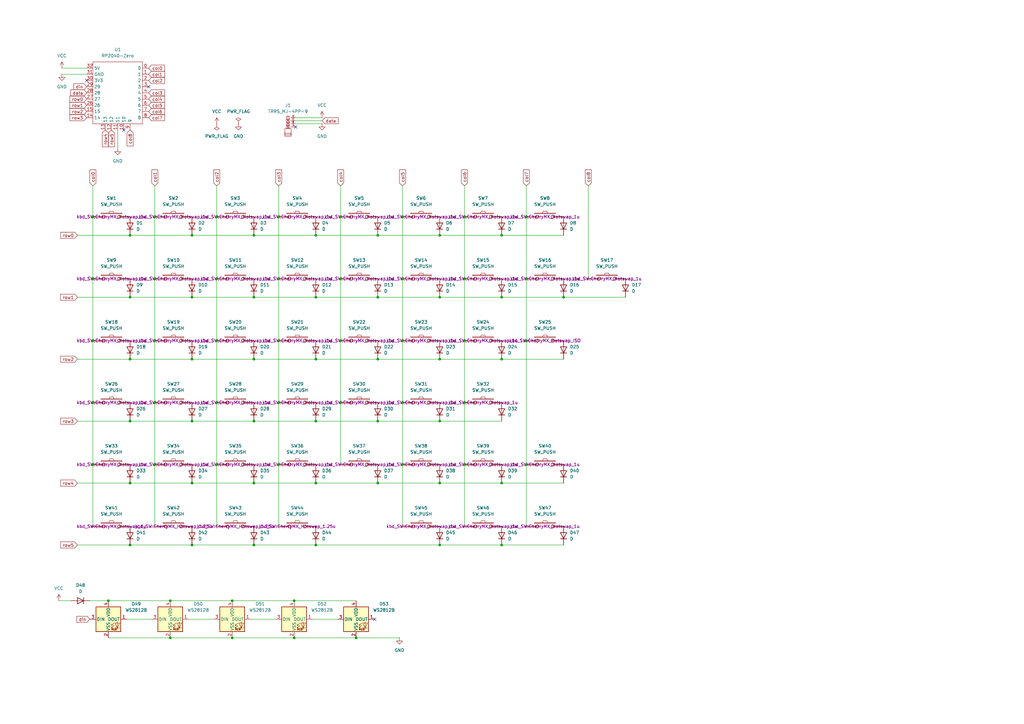
<source format=kicad_sch>
(kicad_sch (version 20231120) (generator "eeschema") (generator_version "8.0")
  (paper "A3")
  (lib_symbols
    (symbol "Device:D" (pin_numbers hide) (pin_names (offset 1.016) hide)
      (property "Reference" "D" (at 0 2.54 0))
      (property "Value" "D" (at 0 -2.54 0))
      (symbol "D_1_1"
        (pin passive line (at -3.81 0 0) (length 2.54) (name "K") (number "1"))
        (pin passive line (at 3.81 0 180) (length 2.54) (name "A") (number "2"))
      )
    )
    (symbol "LED:SK6812MINI" (pin_names (offset 0.254))
      (property "Reference" "D" (at 5.08 5.715 0))
      (property "Value" "SK6812MINI" (at 1.27 -5.715 0))
      (symbol "SK6812MINI_0_0"
        (text "RGB" (at 2.286 -4.191 0) (effects (font (size 0.762 0.762))))
      )
      (symbol "SK6812MINI_1_1"
        (pin output line (at 7.62 0 180) (length 2.54) (name "DOUT") (number "1"))
        (pin power_in line (at 0 -7.62 90) (length 2.54) (name "VSS") (number "2"))
        (pin input line (at -7.62 0 0) (length 2.54) (name "DIN") (number "3"))
        (pin power_in line (at 0 7.62 270) (length 2.54) (name "VDD") (number "4"))
      )
    )
    (symbol "Salicylic_kbd:TRRS_MJ-4PP-9" (pin_names (offset 1.016))
      (property "Reference" "J" (at 0 5.08 0))
      (property "Value" "TRRS_MJ-4PP-9" (at 0 -6.985 0))
      (symbol "TRRS_MJ-4PP-9_0_0"
        (text "R" (at 0 0 0) (effects (font (size 0.6096 0.6096))))
        (text "R" (at 0 1.27 0) (effects (font (size 0.6096 0.6096))))
        (text "S" (at 0 -1.27 0) (effects (font (size 0.6096 0.6096))))
        (text "T" (at 0 2.54 0) (effects (font (size 0.6096 0.6096))))
      )
      (symbol "TRRS_MJ-4PP-9_1_1"
        (pin input line (at 3.175 -1.27 180) (length 2.0066) (name "~") (number "A"))
        (pin input line (at 3.175 0 180) (length 2.0066) (name "~") (number "B"))
        (pin input line (at 3.175 1.27 180) (length 2.0066) (name "~") (number "C"))
        (pin input line (at 3.175 2.54 180) (length 2.0066) (name "~") (number "D"))
      )
    )
    (symbol "isw-mcu:RP2040-Zero"
      (property "Reference" "U" (at 0 17.78 0))
      (property "Value" "RP2040-Zero" (at 0 15.24 0))
      (symbol "RP2040-Zero_1_1"
        (pin tri_state line (at 12.7 10.16 180) (length 2.54) (name "0") (number "0"))
        (pin bidirectional line (at 12.7 7.62 180) (length 2.54) (name "1") (number "1"))
        (pin bidirectional line (at 2.54 -15.24 90) (length 2.54) (name "10") (number "10"))
        (pin bidirectional line (at 0 -15.24 90) (length 2.54) (name "11") (number "11"))
        (pin bidirectional line (at -2.54 -15.24 90) (length 2.54) (name "12") (number "12"))
        (pin bidirectional line (at -5.08 -15.24 90) (length 2.54) (name "13") (number "13"))
        (pin bidirectional line (at -12.7 -10.16 0) (length 2.54) (name "14") (number "14"))
        (pin bidirectional line (at -12.7 -7.62 0) (length 2.54) (name "15") (number "15"))
        (pin bidirectional line (at 12.7 5.08 180) (length 2.54) (name "2") (number "2"))
        (pin bidirectional line (at -12.7 -5.08 0) (length 2.54) (name "26") (number "26"))
        (pin bidirectional line (at -12.7 -2.54 0) (length 2.54) (name "27") (number "27"))
        (pin bidirectional line (at -12.7 0 0) (length 2.54) (name "28") (number "28"))
        (pin bidirectional line (at -12.7 2.54 0) (length 2.54) (name "29") (number "29"))
        (pin bidirectional line (at 12.7 2.54 180) (length 2.54) (name "3") (number "3"))
        (pin power_out line (at -12.7 5.08 0) (length 2.54) (name "3V3") (number "30"))
        (pin power_in line (at -12.7 7.62 0) (length 2.54) (name "GND") (number "31"))
        (pin power_out line (at -12.7 10.16 0) (length 2.54) (name "5V") (number "32"))
        (pin bidirectional line (at 12.7 0 180) (length 2.54) (name "4") (number "4"))
        (pin bidirectional line (at 12.7 -2.54 180) (length 2.54) (name "5") (number "5"))
        (pin bidirectional line (at 12.7 -5.08 180) (length 2.54) (name "6") (number "6"))
        (pin bidirectional line (at 12.7 -7.62 180) (length 2.54) (name "7") (number "7"))
        (pin bidirectional line (at 12.7 -10.16 180) (length 2.54) (name "8") (number "8"))
        (pin bidirectional line (at 5.08 -15.24 90) (length 2.54) (name "9") (number "9"))
      )
    )
    (symbol "kbd:SW_PUSH" (pin_numbers hide) (pin_names (offset 1.016) hide)
      (property "Reference" "SW" (at 3.81 2.794 0))
      (property "Value" "SW_PUSH" (at 0 -2.032 0))
      (symbol "SW_PUSH_0_1"
        (pin passive inverted (at -7.62 0 0) (length 5.08) (name "1") (number "1"))
        (pin passive inverted (at 7.62 0 180) (length 5.08) (name "2") (number "2"))
      )
    )
    (symbol "power:GND" (power) (pin_numbers hide) (pin_names (offset 0) hide)
      (property "Value" "GND" (at 0 -3.81 0))
      (symbol "GND_1_1"
        (pin power_in line (at 0 0 270) (length 0) (name "~") (number "1"))
      )
    )
    (symbol "power:PWR_FLAG" (power) (pin_numbers hide) (pin_names (offset 0) hide)
      (property "Value" "PWR_FLAG" (at 0 3.81 0))
      (symbol "PWR_FLAG_0_0"
        (pin power_out line (at 0 0 90) (length 0) (name "~") (number "1"))
      )
    )
    (symbol "power:VCC" (power) (pin_numbers hide) (pin_names (offset 0) hide)
      (property "Value" "VCC" (at 0 3.556 0))
      (symbol "VCC_1_1"
        (pin power_in line (at 0 0 90) (length 0) (name "~") (number "1"))
      )
    )
  )
  (junction (at 205.74 121.92))
  (junction (at 231.14 121.92))
  (junction (at 38.1 114.3))
  (junction (at 78.74 147.32))
  (junction (at 63.5 139.7))
  (junction (at 190.5 88.9))
  (junction (at 69.85 261.62))
  (junction (at 78.74 172.72))
  (junction (at 165.1 114.3))
  (junction (at 180.34 223.52))
  (junction (at 88.9 88.9))
  (junction (at 114.3 88.9))
  (junction (at 139.7 114.3))
  (junction (at 154.94 96.52))
  (junction (at 215.9 190.5))
  (junction (at 205.74 96.52))
  (junction (at 165.1 190.5))
  (junction (at 104.14 147.32))
  (junction (at 129.54 121.92))
  (junction (at 154.94 121.92))
  (junction (at 129.54 172.72))
  (junction (at 180.34 172.72))
  (junction (at 139.7 88.9))
  (junction (at 78.74 223.52))
  (junction (at 190.5 165.1))
  (junction (at 165.1 88.9))
  (junction (at 88.9 190.5))
  (junction (at 88.9 165.1))
  (junction (at 38.1 165.1))
  (junction (at 104.14 223.52))
  (junction (at 129.54 96.52))
  (junction (at 53.34 223.52))
  (junction (at 44.45 246.38))
  (junction (at 129.54 147.32))
  (junction (at 165.1 165.1))
  (junction (at 129.54 223.52))
  (junction (at 154.94 147.32))
  (junction (at 180.34 147.32))
  (junction (at 190.5 190.5))
  (junction (at 114.3 190.5))
  (junction (at 53.34 147.32))
  (junction (at 114.3 114.3))
  (junction (at 139.7 139.7))
  (junction (at 114.3 165.1))
  (junction (at 38.1 139.7))
  (junction (at 63.5 88.9))
  (junction (at 139.7 165.1))
  (junction (at 104.14 96.52))
  (junction (at 120.65 261.62))
  (junction (at 95.25 261.62))
  (junction (at 215.9 88.9))
  (junction (at 78.74 96.52))
  (junction (at 180.34 198.12))
  (junction (at 53.34 96.52))
  (junction (at 104.14 172.72))
  (junction (at 78.74 198.12))
  (junction (at 53.34 121.92))
  (junction (at 95.25 246.38))
  (junction (at 88.9 139.7))
  (junction (at 63.5 165.1))
  (junction (at 205.74 198.12))
  (junction (at 88.9 114.3))
  (junction (at 205.74 147.32))
  (junction (at 78.74 121.92))
  (junction (at 154.94 198.12))
  (junction (at 104.14 121.92))
  (junction (at 154.94 172.72))
  (junction (at 190.5 114.3))
  (junction (at 205.74 223.52))
  (junction (at 215.9 114.3))
  (junction (at 53.34 172.72))
  (junction (at 180.34 121.92))
  (junction (at 190.5 139.7))
  (junction (at 63.5 114.3))
  (junction (at 38.1 190.5))
  (junction (at 146.05 261.62))
  (junction (at 120.65 246.38))
  (junction (at 180.34 96.52))
  (junction (at 165.1 139.7))
  (junction (at 215.9 139.7))
  (junction (at 114.3 139.7))
  (junction (at 104.14 198.12))
  (junction (at 69.85 246.38))
  (junction (at 129.54 198.12))
  (junction (at 53.34 198.12))
  (junction (at 38.1 88.9))
  (junction (at 63.5 190.5))
  (no_connect (at 35.56 33.02))
  (no_connect (at 153.67 254))
  (no_connect (at 60.96 35.56))
  (no_connect (at 50.8 53.34))
  (no_connect (at 121.285 52.07))
  (wire (pts (xy 25.4 30.48) (xy 35.56 30.48)))
  (wire (pts (xy 146.05 261.62) (xy 163.83 261.62)))
  (wire (pts (xy 215.9 76.2) (xy 215.9 88.9)))
  (wire (pts (xy 129.54 172.72) (xy 154.94 172.72)))
  (wire (pts (xy 31.75 147.32) (xy 53.34 147.32)))
  (wire (pts (xy 78.74 223.52) (xy 104.14 223.52)))
  (wire (pts (xy 31.75 223.52) (xy 53.34 223.52)))
  (wire (pts (xy 215.9 114.3) (xy 215.9 139.7)))
  (wire (pts (xy 104.14 198.12) (xy 129.54 198.12)))
  (wire (pts (xy 53.34 121.92) (xy 78.74 121.92)))
  (wire (pts (xy 114.3 190.5) (xy 114.3 215.9)))
  (wire (pts (xy 48.26 53.34) (xy 48.26 60.96)))
  (wire (pts (xy 165.1 114.3) (xy 165.1 139.7)))
  (wire (pts (xy 77.47 254) (xy 87.63 254)))
  (wire (pts (xy 88.9 139.7) (xy 88.9 165.1)))
  (wire (pts (xy 114.3 76.2) (xy 114.3 88.9)))
  (wire (pts (xy 165.1 190.5) (xy 165.1 215.9)))
  (wire (pts (xy 69.85 261.62) (xy 95.25 261.62)))
  (wire (pts (xy 78.74 172.72) (xy 104.14 172.72)))
  (wire (pts (xy 53.34 223.52) (xy 78.74 223.52)))
  (wire (pts (xy 139.7 114.3) (xy 139.7 139.7)))
  (wire (pts (xy 205.74 96.52) (xy 231.14 96.52)))
  (wire (pts (xy 104.14 96.52) (xy 129.54 96.52)))
  (wire (pts (xy 139.7 88.9) (xy 139.7 114.3)))
  (wire (pts (xy 38.1 114.3) (xy 38.1 139.7)))
  (wire (pts (xy 88.9 165.1) (xy 88.9 190.5)))
  (wire (pts (xy 121.285 49.53) (xy 132.08 49.53)))
  (wire (pts (xy 180.34 121.92) (xy 205.74 121.92)))
  (wire (pts (xy 190.5 139.7) (xy 190.5 165.1)))
  (wire (pts (xy 78.74 96.52) (xy 104.14 96.52)))
  (wire (pts (xy 114.3 165.1) (xy 114.3 190.5)))
  (wire (pts (xy 104.14 121.92) (xy 129.54 121.92)))
  (wire (pts (xy 95.25 246.38) (xy 120.65 246.38)))
  (wire (pts (xy 78.74 121.92) (xy 104.14 121.92)))
  (wire (pts (xy 121.285 48.26) (xy 132.08 48.26)))
  (wire (pts (xy 114.3 139.7) (xy 114.3 165.1)))
  (wire (pts (xy 53.34 198.12) (xy 78.74 198.12)))
  (wire (pts (xy 165.1 76.2) (xy 165.1 88.9)))
  (wire (pts (xy 215.9 139.7) (xy 215.9 190.5)))
  (wire (pts (xy 205.74 198.12) (xy 231.14 198.12)))
  (wire (pts (xy 165.1 165.1) (xy 165.1 190.5)))
  (wire (pts (xy 38.1 165.1) (xy 38.1 190.5)))
  (wire (pts (xy 129.54 121.92) (xy 154.94 121.92)))
  (wire (pts (xy 154.94 121.92) (xy 180.34 121.92)))
  (wire (pts (xy 104.14 147.32) (xy 129.54 147.32)))
  (wire (pts (xy 36.83 246.38) (xy 44.45 246.38)))
  (wire (pts (xy 205.74 223.52) (xy 231.14 223.52)))
  (wire (pts (xy 121.285 50.8) (xy 132.08 50.8)))
  (wire (pts (xy 44.45 261.62) (xy 69.85 261.62)))
  (wire (pts (xy 95.25 261.62) (xy 120.65 261.62)))
  (wire (pts (xy 53.34 96.52) (xy 78.74 96.52)))
  (wire (pts (xy 44.45 246.38) (xy 69.85 246.38)))
  (wire (pts (xy 114.3 114.3) (xy 114.3 139.7)))
  (wire (pts (xy 63.5 190.5) (xy 63.5 215.9)))
  (wire (pts (xy 154.94 147.32) (xy 180.34 147.32)))
  (wire (pts (xy 190.5 165.1) (xy 190.5 190.5)))
  (wire (pts (xy 114.3 88.9) (xy 114.3 114.3)))
  (wire (pts (xy 31.75 96.52) (xy 53.34 96.52)))
  (wire (pts (xy 190.5 76.2) (xy 190.5 88.9)))
  (wire (pts (xy 53.34 147.32) (xy 78.74 147.32)))
  (wire (pts (xy 88.9 76.2) (xy 88.9 88.9)))
  (wire (pts (xy 120.65 246.38) (xy 146.05 246.38)))
  (wire (pts (xy 129.54 147.32) (xy 154.94 147.32)))
  (wire (pts (xy 139.7 76.2) (xy 139.7 88.9)))
  (wire (pts (xy 180.34 223.52) (xy 205.74 223.52)))
  (wire (pts (xy 25.4 27.94) (xy 35.56 27.94)))
  (wire (pts (xy 78.74 147.32) (xy 104.14 147.32)))
  (wire (pts (xy 38.1 76.2) (xy 38.1 88.9)))
  (wire (pts (xy 165.1 139.7) (xy 165.1 165.1)))
  (wire (pts (xy 190.5 190.5) (xy 190.5 215.9)))
  (wire (pts (xy 31.75 198.12) (xy 53.34 198.12)))
  (wire (pts (xy 63.5 139.7) (xy 63.5 165.1)))
  (wire (pts (xy 69.85 246.38) (xy 95.25 246.38)))
  (wire (pts (xy 104.14 223.52) (xy 129.54 223.52)))
  (wire (pts (xy 190.5 114.3) (xy 190.5 139.7)))
  (wire (pts (xy 180.34 96.52) (xy 205.74 96.52)))
  (wire (pts (xy 128.27 254) (xy 138.43 254)))
  (wire (pts (xy 129.54 198.12) (xy 154.94 198.12)))
  (wire (pts (xy 139.7 139.7) (xy 139.7 165.1)))
  (wire (pts (xy 104.14 172.72) (xy 129.54 172.72)))
  (wire (pts (xy 24.13 246.38) (xy 29.21 246.38)))
  (wire (pts (xy 190.5 88.9) (xy 190.5 114.3)))
  (wire (pts (xy 88.9 88.9) (xy 88.9 114.3)))
  (wire (pts (xy 180.34 198.12) (xy 205.74 198.12)))
  (wire (pts (xy 63.5 114.3) (xy 63.5 139.7)))
  (wire (pts (xy 38.1 190.5) (xy 38.1 215.9)))
  (wire (pts (xy 205.74 147.32) (xy 231.14 147.32)))
  (wire (pts (xy 31.75 121.92) (xy 53.34 121.92)))
  (wire (pts (xy 180.34 172.72) (xy 205.74 172.72)))
  (wire (pts (xy 180.34 147.32) (xy 205.74 147.32)))
  (wire (pts (xy 63.5 88.9) (xy 63.5 114.3)))
  (wire (pts (xy 205.74 121.92) (xy 231.14 121.92)))
  (wire (pts (xy 154.94 96.52) (xy 180.34 96.52)))
  (wire (pts (xy 63.5 76.2) (xy 63.5 88.9)))
  (wire (pts (xy 129.54 223.52) (xy 180.34 223.52)))
  (wire (pts (xy 88.9 114.3) (xy 88.9 139.7)))
  (wire (pts (xy 120.65 261.62) (xy 146.05 261.62)))
  (wire (pts (xy 88.9 190.5) (xy 88.9 215.9)))
  (wire (pts (xy 52.07 254) (xy 62.23 254)))
  (wire (pts (xy 53.34 172.72) (xy 78.74 172.72)))
  (wire (pts (xy 231.14 121.92) (xy 256.54 121.92)))
  (wire (pts (xy 139.7 165.1) (xy 139.7 190.5)))
  (wire (pts (xy 215.9 88.9) (xy 215.9 114.3)))
  (wire (pts (xy 38.1 139.7) (xy 38.1 165.1)))
  (wire (pts (xy 165.1 88.9) (xy 165.1 114.3)))
  (wire (pts (xy 129.54 96.52) (xy 154.94 96.52)))
  (wire (pts (xy 102.87 254) (xy 113.03 254)))
  (wire (pts (xy 215.9 190.5) (xy 215.9 215.9)))
  (wire (pts (xy 154.94 172.72) (xy 180.34 172.72)))
  (wire (pts (xy 38.1 88.9) (xy 38.1 114.3)))
  (wire (pts (xy 154.94 198.12) (xy 180.34 198.12)))
  (wire (pts (xy 78.74 198.12) (xy 104.14 198.12)))
  (wire (pts (xy 241.3 76.2) (xy 241.3 114.3)))
  (wire (pts (xy 31.75 172.72) (xy 53.34 172.72)))
  (wire (pts (xy 63.5 165.1) (xy 63.5 190.5)))
  (global_label "din" (shape input) (at 35.56 35.56 180) (property "Intersheetrefs" "${INTERSHEET_REFS}" (effects (hide yes))))
  (global_label "col0" (shape input) (at 38.1 76.2 90) (property "Intersheetrefs" "${INTERSHEET_REFS}" (effects (hide yes))))
  (global_label "row0" (shape input) (at 35.56 40.64 180) (property "Intersheetrefs" "${INTERSHEET_REFS}" (effects (hide yes))))
  (global_label "col3" (shape input) (at 60.96 38.1 0) (property "Intersheetrefs" "${INTERSHEET_REFS}" (effects (hide yes))))
  (global_label "col0" (shape input) (at 60.96 27.94 0) (property "Intersheetrefs" "${INTERSHEET_REFS}" (effects (hide yes))))
  (global_label "row1" (shape input) (at 35.56 43.18 180) (property "Intersheetrefs" "${INTERSHEET_REFS}" (effects (hide yes))))
  (global_label "col8" (shape input) (at 241.3 76.2 90) (property "Intersheetrefs" "${INTERSHEET_REFS}" (effects (hide yes))))
  (global_label "col1" (shape input) (at 60.96 30.48 0) (property "Intersheetrefs" "${INTERSHEET_REFS}" (effects (hide yes))))
  (global_label "col1" (shape input) (at 63.5 76.2 90) (property "Intersheetrefs" "${INTERSHEET_REFS}" (effects (hide yes))))
  (global_label "row4" (shape input) (at 31.75 198.12 180) (property "Intersheetrefs" "${INTERSHEET_REFS}" (effects (hide yes))))
  (global_label "col4" (shape input) (at 139.7 76.2 90) (property "Intersheetrefs" "${INTERSHEET_REFS}" (effects (hide yes))))
  (global_label "row4" (shape input) (at 43.18 53.34 270) (property "Intersheetrefs" "${INTERSHEET_REFS}" (effects (hide yes))))
  (global_label "row3" (shape input) (at 31.75 172.72 180) (property "Intersheetrefs" "${INTERSHEET_REFS}" (effects (hide yes))))
  (global_label "row2" (shape input) (at 31.75 147.32 180) (property "Intersheetrefs" "${INTERSHEET_REFS}" (effects (hide yes))))
  (global_label "row5" (shape input) (at 45.72 53.34 270) (property "Intersheetrefs" "${INTERSHEET_REFS}" (effects (hide yes))))
  (global_label "din" (shape input) (at 36.83 254 180) (property "Intersheetrefs" "${INTERSHEET_REFS}" (effects (hide yes))))
  (global_label "row1" (shape input) (at 31.75 121.92 180) (property "Intersheetrefs" "${INTERSHEET_REFS}" (effects (hide yes))))
  (global_label "data" (shape input) (at 132.08 49.53 0) (property "Intersheetrefs" "${INTERSHEET_REFS}" (effects (hide yes))))
  (global_label "col8" (shape input) (at 53.34 53.34 270) (property "Intersheetrefs" "${INTERSHEET_REFS}" (effects (hide yes))))
  (global_label "row3" (shape input) (at 35.56 48.26 180) (property "Intersheetrefs" "${INTERSHEET_REFS}" (effects (hide yes))))
  (global_label "col7" (shape input) (at 60.96 48.26 0) (property "Intersheetrefs" "${INTERSHEET_REFS}" (effects (hide yes))))
  (global_label "col2" (shape input) (at 60.96 33.02 0) (property "Intersheetrefs" "${INTERSHEET_REFS}" (effects (hide yes))))
  (global_label "col3" (shape input) (at 114.3 76.2 90) (property "Intersheetrefs" "${INTERSHEET_REFS}" (effects (hide yes))))
  (global_label "col6" (shape input) (at 60.96 45.72 0) (property "Intersheetrefs" "${INTERSHEET_REFS}" (effects (hide yes))))
  (global_label "col5" (shape input) (at 60.96 43.18 0) (property "Intersheetrefs" "${INTERSHEET_REFS}" (effects (hide yes))))
  (global_label "data" (shape input) (at 35.56 38.1 180) (property "Intersheetrefs" "${INTERSHEET_REFS}" (effects (hide yes))))
  (global_label "row0" (shape input) (at 31.75 96.52 180) (property "Intersheetrefs" "${INTERSHEET_REFS}" (effects (hide yes))))
  (global_label "col7" (shape input) (at 215.9 76.2 90) (property "Intersheetrefs" "${INTERSHEET_REFS}" (effects (hide yes))))
  (global_label "row5" (shape input) (at 31.75 223.52 180) (property "Intersheetrefs" "${INTERSHEET_REFS}" (effects (hide yes))))
  (global_label "col4" (shape input) (at 60.96 40.64 0) (property "Intersheetrefs" "${INTERSHEET_REFS}" (effects (hide yes))))
  (global_label "col2" (shape input) (at 88.9 76.2 90) (property "Intersheetrefs" "${INTERSHEET_REFS}" (effects (hide yes))))
  (global_label "row2" (shape input) (at 35.56 45.72 180) (property "Intersheetrefs" "${INTERSHEET_REFS}" (effects (hide yes))))
  (global_label "col5" (shape input) (at 165.1 76.2 90) (property "Intersheetrefs" "${INTERSHEET_REFS}" (effects (hide yes))))
  (global_label "col6" (shape input) (at 190.5 76.2 90) (property "Intersheetrefs" "${INTERSHEET_REFS}" (effects (hide yes))))
  (symbol (lib_id "Device:D") (at 104.14 118.11 90) (unit 1)
    (property "Reference" "D11" (at 106.68 116.8399 90) (effects (justify right)))
    (property "Value" "D" (at 106.68 119.3799 90) (effects (justify right)))
    (property "Footprint" "kbd_Parts:Diode_SMD" (effects (hide yes)))
    (property "Description" "Diode" (effects (hide yes)))
    (property "Sim.Device" "D" (effects (hide yes)))
    (property "Sim.Pins" "1=K 2=A" (effects (hide yes)))
  )
  (symbol (lib_id "power:GND") (at 132.08 50.8 0) (unit 1)
    (property "Reference" "#PWR06" (effects (hide yes)))
    (property "Value" "GND" (at 132.08 55.88 0))
    (property "Description" "Power symbol creates a global label with name \"GND\" , ground" (effects (hide yes)))
  )
  (symbol (lib_id "kbd:SW_PUSH") (at 121.92 190.5 0) (unit 1)
    (property "Reference" "SW36" (at 121.92 182.88 0))
    (property "Value" "SW_PUSH" (at 121.92 185.42 0))
    (property "Footprint" "kbd_SW:CherryMX_Hotswap_1u" (at 121.92 190.5 0))
  )
  (symbol (lib_id "Device:D") (at 104.14 92.71 90) (unit 1)
    (property "Reference" "D3" (at 106.68 91.4399 90) (effects (justify right)))
    (property "Value" "D" (at 106.68 93.9799 90) (effects (justify right)))
    (property "Footprint" "kbd_Parts:Diode_SMD" (effects (hide yes)))
    (property "Description" "Diode" (effects (hide yes)))
    (property "Sim.Device" "D" (effects (hide yes)))
    (property "Sim.Pins" "1=K 2=A" (effects (hide yes)))
  )
  (symbol (lib_id "Device:D") (at 129.54 143.51 90) (unit 1)
    (property "Reference" "D21" (at 132.08 142.2399 90) (effects (justify right)))
    (property "Value" "D" (at 132.08 144.7799 90) (effects (justify right)))
    (property "Footprint" "kbd_Parts:Diode_SMD" (effects (hide yes)))
    (property "Description" "Diode" (effects (hide yes)))
    (property "Sim.Device" "D" (effects (hide yes)))
    (property "Sim.Pins" "1=K 2=A" (effects (hide yes)))
  )
  (symbol (lib_id "Device:D") (at 53.34 143.51 90) (unit 1)
    (property "Reference" "D18" (at 55.88 142.2399 90) (effects (justify right)))
    (property "Value" "D" (at 55.88 144.7799 90) (effects (justify right)))
    (property "Footprint" "kbd_Parts:Diode_SMD" (effects (hide yes)))
    (property "Description" "Diode" (effects (hide yes)))
    (property "Sim.Device" "D" (effects (hide yes)))
    (property "Sim.Pins" "1=K 2=A" (effects (hide yes)))
  )
  (symbol (lib_id "kbd:SW_PUSH") (at 121.92 139.7 0) (unit 1)
    (property "Reference" "SW21" (at 121.92 132.08 0))
    (property "Value" "SW_PUSH" (at 121.92 134.62 0))
    (property "Footprint" "kbd_SW:CherryMX_Hotswap_1u" (at 121.92 139.7 0))
  )
  (symbol (lib_id "kbd:SW_PUSH") (at 223.52 215.9 0) (unit 1)
    (property "Reference" "SW47" (at 223.52 208.28 0))
    (property "Value" "SW_PUSH" (at 223.52 210.82 0))
    (property "Footprint" "kbd_SW:CherryMX_Hotswap_1u" (at 223.52 215.9 0))
  )
  (symbol (lib_id "Device:D") (at 180.34 219.71 90) (unit 1)
    (property "Reference" "D45" (at 182.88 218.4399 90) (effects (justify right)))
    (property "Value" "D" (at 182.88 220.9799 90) (effects (justify right)))
    (property "Footprint" "kbd_Parts:Diode_SMD" (effects (hide yes)))
    (property "Description" "Diode" (effects (hide yes)))
    (property "Sim.Device" "D" (effects (hide yes)))
    (property "Sim.Pins" "1=K 2=A" (effects (hide yes)))
  )
  (symbol (lib_id "kbd:SW_PUSH") (at 198.12 165.1 0) (unit 1)
    (property "Reference" "SW32" (at 198.12 157.48 0))
    (property "Value" "SW_PUSH" (at 198.12 160.02 0))
    (property "Footprint" "kbd_SW:CherryMX_Hotswap_1u" (at 198.12 165.1 0))
  )
  (symbol (lib_id "Device:D") (at 231.14 194.31 90) (unit 1)
    (property "Reference" "D40" (at 233.68 193.0399 90) (effects (justify right)))
    (property "Value" "D" (at 233.68 195.5799 90) (effects (justify right)))
    (property "Footprint" "kbd_Parts:Diode_SMD" (effects (hide yes)))
    (property "Description" "Diode" (effects (hide yes)))
    (property "Sim.Device" "D" (effects (hide yes)))
    (property "Sim.Pins" "1=K 2=A" (effects (hide yes)))
  )
  (symbol (lib_id "kbd:SW_PUSH") (at 71.12 88.9 0) (unit 1)
    (property "Reference" "SW2" (at 71.12 81.28 0))
    (property "Value" "SW_PUSH" (at 71.12 83.82 0))
    (property "Footprint" "kbd_SW:CherryMX_Hotswap_1u" (at 71.12 88.9 0))
  )
  (symbol (lib_id "isw-mcu:RP2040-Zero") (at 48.26 38.1 0) (unit 1)
    (property "Reference" "U1" (at 48.26 20.32 0))
    (property "Value" "RP2040-Zero" (at 48.26 22.86 0))
    (property "Footprint" "askey:RP2040-Zero-TH" (effects (hide yes)))
  )
  (symbol (lib_id "Device:D") (at 180.34 194.31 90) (unit 1)
    (property "Reference" "D38" (at 182.88 193.0399 90) (effects (justify right)))
    (property "Value" "D" (at 182.88 195.5799 90) (effects (justify right)))
    (property "Footprint" "kbd_Parts:Diode_SMD" (effects (hide yes)))
    (property "Description" "Diode" (effects (hide yes)))
    (property "Sim.Device" "D" (effects (hide yes)))
    (property "Sim.Pins" "1=K 2=A" (effects (hide yes)))
  )
  (symbol (lib_id "power:VCC") (at 24.13 246.38 0) (unit 1)
    (property "Reference" "#PWR08" (effects (hide yes)))
    (property "Value" "VCC" (at 24.13 241.3 0))
    (property "Description" "Power symbol creates a global label with name \"VCC\"" (effects (hide yes)))
  )
  (symbol (lib_id "kbd:SW_PUSH") (at 147.32 88.9 0) (unit 1)
    (property "Reference" "SW5" (at 147.32 81.28 0))
    (property "Value" "SW_PUSH" (at 147.32 83.82 0))
    (property "Footprint" "kbd_SW:CherryMX_Hotswap_1u" (at 147.32 88.9 0))
  )
  (symbol (lib_id "kbd:SW_PUSH") (at 96.52 139.7 0) (unit 1)
    (property "Reference" "SW20" (at 96.52 132.08 0))
    (property "Value" "SW_PUSH" (at 96.52 134.62 0))
    (property "Footprint" "kbd_SW:CherryMX_Hotswap_1u" (at 96.52 139.7 0))
  )
  (symbol (lib_id "Device:D") (at 231.14 143.51 90) (unit 1)
    (property "Reference" "D25" (at 233.68 142.2399 90) (effects (justify right)))
    (property "Value" "D" (at 233.68 144.7799 90) (effects (justify right)))
    (property "Footprint" "kbd_Parts:Diode_SMD" (effects (hide yes)))
    (property "Description" "Diode" (effects (hide yes)))
    (property "Sim.Device" "D" (effects (hide yes)))
    (property "Sim.Pins" "1=K 2=A" (effects (hide yes)))
  )
  (symbol (lib_id "power:GND") (at 97.79 50.8 0) (unit 1)
    (property "Reference" "#PWR05" (effects (hide yes)))
    (property "Value" "GND" (at 97.79 55.88 0))
    (property "Description" "Power symbol creates a global label with name \"GND\" , ground" (effects (hide yes)))
  )
  (symbol (lib_id "kbd:SW_PUSH") (at 172.72 165.1 0) (unit 1)
    (property "Reference" "SW31" (at 172.72 157.48 0))
    (property "Value" "SW_PUSH" (at 172.72 160.02 0))
    (property "Footprint" "kbd_SW:CherryMX_Hotswap_1u" (at 172.72 165.1 0))
  )
  (symbol (lib_id "kbd:SW_PUSH") (at 198.12 114.3 0) (unit 1)
    (property "Reference" "SW15" (at 198.12 106.68 0))
    (property "Value" "SW_PUSH" (at 198.12 109.22 0))
    (property "Footprint" "kbd_SW:CherryMX_Hotswap_1u" (at 198.12 114.3 0))
  )
  (symbol (lib_id "kbd:SW_PUSH") (at 71.12 165.1 0) (unit 1)
    (property "Reference" "SW27" (at 71.12 157.48 0))
    (property "Value" "SW_PUSH" (at 71.12 160.02 0))
    (property "Footprint" "kbd_SW:CherryMX_Hotswap_1u" (at 71.12 165.1 0))
  )
  (symbol (lib_id "Device:D") (at 78.74 194.31 90) (unit 1)
    (property "Reference" "D34" (at 81.28 193.0399 90) (effects (justify right)))
    (property "Value" "D" (at 81.28 195.5799 90) (effects (justify right)))
    (property "Footprint" "kbd_Parts:Diode_SMD" (effects (hide yes)))
    (property "Description" "Diode" (effects (hide yes)))
    (property "Sim.Device" "D" (effects (hide yes)))
    (property "Sim.Pins" "1=K 2=A" (effects (hide yes)))
  )
  (symbol (lib_id "Device:D") (at 231.14 219.71 90) (unit 1)
    (property "Reference" "D47" (at 233.68 218.4399 90) (effects (justify right)))
    (property "Value" "D" (at 233.68 220.9799 90) (effects (justify right)))
    (property "Footprint" "kbd_Parts:Diode_SMD" (effects (hide yes)))
    (property "Description" "Diode" (effects (hide yes)))
    (property "Sim.Device" "D" (effects (hide yes)))
    (property "Sim.Pins" "1=K 2=A" (effects (hide yes)))
  )
  (symbol (lib_id "Device:D") (at 205.74 194.31 90) (unit 1)
    (property "Reference" "D39" (at 208.28 193.0399 90) (effects (justify right)))
    (property "Value" "D" (at 208.28 195.5799 90) (effects (justify right)))
    (property "Footprint" "kbd_Parts:Diode_SMD" (effects (hide yes)))
    (property "Description" "Diode" (effects (hide yes)))
    (property "Sim.Device" "D" (effects (hide yes)))
    (property "Sim.Pins" "1=K 2=A" (effects (hide yes)))
  )
  (symbol (lib_id "kbd:SW_PUSH") (at 172.72 88.9 0) (unit 1)
    (property "Reference" "SW6" (at 172.72 81.28 0))
    (property "Value" "SW_PUSH" (at 172.72 83.82 0))
    (property "Footprint" "kbd_SW:CherryMX_Hotswap_1u" (at 172.72 88.9 0))
  )
  (symbol (lib_id "kbd:SW_PUSH") (at 248.92 114.3 0) (unit 1)
    (property "Reference" "SW17" (at 248.92 106.68 0))
    (property "Value" "SW_PUSH" (at 248.92 109.22 0))
    (property "Footprint" "kbd_SW:CherryMX_Hotswap_1u" (at 248.92 114.3 0))
  )
  (symbol (lib_id "kbd:SW_PUSH") (at 147.32 114.3 0) (unit 1)
    (property "Reference" "SW13" (at 147.32 106.68 0))
    (property "Value" "SW_PUSH" (at 147.32 109.22 0))
    (property "Footprint" "kbd_SW:CherryMX_Hotswap_1u" (at 147.32 114.3 0))
  )
  (symbol (lib_id "kbd:SW_PUSH") (at 71.12 190.5 0) (unit 1)
    (property "Reference" "SW34" (at 71.12 182.88 0))
    (property "Value" "SW_PUSH" (at 71.12 185.42 0))
    (property "Footprint" "kbd_SW:CherryMX_Hotswap_1u" (at 71.12 190.5 0))
  )
  (symbol (lib_id "Device:D") (at 154.94 194.31 90) (unit 1)
    (property "Reference" "D37" (at 157.48 193.0399 90) (effects (justify right)))
    (property "Value" "D" (at 157.48 195.5799 90) (effects (justify right)))
    (property "Footprint" "kbd_Parts:Diode_SMD" (effects (hide yes)))
    (property "Description" "Diode" (effects (hide yes)))
    (property "Sim.Device" "D" (effects (hide yes)))
    (property "Sim.Pins" "1=K 2=A" (effects (hide yes)))
  )
  (symbol (lib_id "kbd:SW_PUSH") (at 96.52 190.5 0) (unit 1)
    (property "Reference" "SW35" (at 96.52 182.88 0))
    (property "Value" "SW_PUSH" (at 96.52 185.42 0))
    (property "Footprint" "kbd_SW:CherryMX_Hotswap_1u" (at 96.52 190.5 0))
  )
  (symbol (lib_id "Device:D") (at 78.74 92.71 90) (unit 1)
    (property "Reference" "D2" (at 81.28 91.4399 90) (effects (justify right)))
    (property "Value" "D" (at 81.28 93.9799 90) (effects (justify right)))
    (property "Footprint" "kbd_Parts:Diode_SMD" (effects (hide yes)))
    (property "Description" "Diode" (effects (hide yes)))
    (property "Sim.Device" "D" (effects (hide yes)))
    (property "Sim.Pins" "1=K 2=A" (effects (hide yes)))
  )
  (symbol (lib_id "power:GND") (at 48.26 60.96 0) (unit 1)
    (property "Reference" "#PWR07" (effects (hide yes)))
    (property "Value" "GND" (at 48.26 66.04 0))
    (property "Description" "Power symbol creates a global label with name \"GND\" , ground" (effects (hide yes)))
  )
  (symbol (lib_id "kbd:SW_PUSH") (at 96.52 114.3 0) (unit 1)
    (property "Reference" "SW11" (at 96.52 106.68 0))
    (property "Value" "SW_PUSH" (at 96.52 109.22 0))
    (property "Footprint" "kbd_SW:CherryMX_Hotswap_1u" (at 96.52 114.3 0))
  )
  (symbol (lib_id "kbd:SW_PUSH") (at 172.72 190.5 0) (unit 1)
    (property "Reference" "SW38" (at 172.72 182.88 0))
    (property "Value" "SW_PUSH" (at 172.72 185.42 0))
    (property "Footprint" "kbd_SW:CherryMX_Hotswap_1u" (at 172.72 190.5 0))
  )
  (symbol (lib_id "kbd:SW_PUSH") (at 223.52 190.5 0) (unit 1)
    (property "Reference" "SW40" (at 223.52 182.88 0))
    (property "Value" "SW_PUSH" (at 223.52 185.42 0))
    (property "Footprint" "kbd_SW:CherryMX_Hotswap_1u" (at 223.52 190.5 0))
  )
  (symbol (lib_id "Device:D") (at 205.74 168.91 90) (unit 1)
    (property "Reference" "D32" (at 208.28 167.6399 90) (effects (justify right)))
    (property "Value" "D" (at 208.28 170.1799 90) (effects (justify right)))
    (property "Footprint" "kbd_Parts:Diode_SMD" (effects (hide yes)))
    (property "Description" "Diode" (effects (hide yes)))
    (property "Sim.Device" "D" (effects (hide yes)))
    (property "Sim.Pins" "1=K 2=A" (effects (hide yes)))
  )
  (symbol (lib_id "Device:D") (at 205.74 219.71 90) (unit 1)
    (property "Reference" "D46" (at 208.28 218.4399 90) (effects (justify right)))
    (property "Value" "D" (at 208.28 220.9799 90) (effects (justify right)))
    (property "Footprint" "kbd_Parts:Diode_SMD" (effects (hide yes)))
    (property "Description" "Diode" (effects (hide yes)))
    (property "Sim.Device" "D" (effects (hide yes)))
    (property "Sim.Pins" "1=K 2=A" (effects (hide yes)))
  )
  (symbol (lib_id "LED:SK6812MINI") (at 95.25 254 0) (unit 1)
    (property "Reference" "D51" (at 106.68 247.6814 0))
    (property "Value" "WS2812B" (at 106.68 250.2214 0))
    (property "Footprint" "LED_SMD:LED_SK6812MINI_PLCC4_3.5x3.5mm_P1.75mm" (effects (hide yes)))
    (property "Datasheet" "https://cdn-shop.adafruit.com/product-files/2686/SK6812MINI_REV.01-1-2.pdf" (effects (hide yes)))
    (property "Description" "RGB LED with integrated controller" (effects (hide yes)))
  )
  (symbol (lib_id "kbd:SW_PUSH") (at 147.32 190.5 0) (unit 1)
    (property "Reference" "SW37" (at 147.32 182.88 0))
    (property "Value" "SW_PUSH" (at 147.32 185.42 0))
    (property "Footprint" "kbd_SW:CherryMX_Hotswap_1u" (at 147.32 190.5 0))
  )
  (symbol (lib_id "Device:D") (at 129.54 118.11 90) (unit 1)
    (property "Reference" "D12" (at 132.08 116.8399 90) (effects (justify right)))
    (property "Value" "D" (at 132.08 119.3799 90) (effects (justify right)))
    (property "Footprint" "kbd_Parts:Diode_SMD" (effects (hide yes)))
    (property "Description" "Diode" (effects (hide yes)))
    (property "Sim.Device" "D" (effects (hide yes)))
    (property "Sim.Pins" "1=K 2=A" (effects (hide yes)))
  )
  (symbol (lib_id "Device:D") (at 180.34 143.51 90) (unit 1)
    (property "Reference" "D23" (at 182.88 142.2399 90) (effects (justify right)))
    (property "Value" "D" (at 182.88 144.7799 90) (effects (justify right)))
    (property "Footprint" "kbd_Parts:Diode_SMD" (effects (hide yes)))
    (property "Description" "Diode" (effects (hide yes)))
    (property "Sim.Device" "D" (effects (hide yes)))
    (property "Sim.Pins" "1=K 2=A" (effects (hide yes)))
  )
  (symbol (lib_id "kbd:SW_PUSH") (at 121.92 88.9 0) (unit 1)
    (property "Reference" "SW4" (at 121.92 81.28 0))
    (property "Value" "SW_PUSH" (at 121.92 83.82 0))
    (property "Footprint" "kbd_SW:CherryMX_Hotswap_1u" (at 121.92 88.9 0))
  )
  (symbol (lib_id "Device:D") (at 154.94 92.71 90) (unit 1)
    (property "Reference" "D5" (at 157.48 91.4399 90) (effects (justify right)))
    (property "Value" "D" (at 157.48 93.9799 90) (effects (justify right)))
    (property "Footprint" "kbd_Parts:Diode_SMD" (effects (hide yes)))
    (property "Description" "Diode" (effects (hide yes)))
    (property "Sim.Device" "D" (effects (hide yes)))
    (property "Sim.Pins" "1=K 2=A" (effects (hide yes)))
  )
  (symbol (lib_id "Device:D") (at 154.94 143.51 90) (unit 1)
    (property "Reference" "D22" (at 157.48 142.2399 90) (effects (justify right)))
    (property "Value" "D" (at 157.48 144.7799 90) (effects (justify right)))
    (property "Footprint" "kbd_Parts:Diode_SMD" (effects (hide yes)))
    (property "Description" "Diode" (effects (hide yes)))
    (property "Sim.Device" "D" (effects (hide yes)))
    (property "Sim.Pins" "1=K 2=A" (effects (hide yes)))
  )
  (symbol (lib_id "power:VCC") (at 25.4 27.94 0) (unit 1)
    (property "Reference" "#PWR01" (effects (hide yes)))
    (property "Value" "VCC" (at 25.4 22.86 0))
    (property "Description" "Power symbol creates a global label with name \"VCC\"" (effects (hide yes)))
  )
  (symbol (lib_id "Device:D") (at 180.34 118.11 90) (unit 1)
    (property "Reference" "D14" (at 182.88 116.8399 90) (effects (justify right)))
    (property "Value" "D" (at 182.88 119.3799 90) (effects (justify right)))
    (property "Footprint" "kbd_Parts:Diode_SMD" (effects (hide yes)))
    (property "Description" "Diode" (effects (hide yes)))
    (property "Sim.Device" "D" (effects (hide yes)))
    (property "Sim.Pins" "1=K 2=A" (effects (hide yes)))
  )
  (symbol (lib_id "Device:D") (at 104.14 168.91 90) (unit 1)
    (property "Reference" "D28" (at 106.68 167.6399 90) (effects (justify right)))
    (property "Value" "D" (at 106.68 170.1799 90) (effects (justify right)))
    (property "Footprint" "kbd_Parts:Diode_SMD" (effects (hide yes)))
    (property "Description" "Diode" (effects (hide yes)))
    (property "Sim.Device" "D" (effects (hide yes)))
    (property "Sim.Pins" "1=K 2=A" (effects (hide yes)))
  )
  (symbol (lib_id "Device:D") (at 129.54 194.31 90) (unit 1)
    (property "Reference" "D36" (at 132.08 193.0399 90) (effects (justify right)))
    (property "Value" "D" (at 132.08 195.5799 90) (effects (justify right)))
    (property "Footprint" "kbd_Parts:Diode_SMD" (effects (hide yes)))
    (property "Description" "Diode" (effects (hide yes)))
    (property "Sim.Device" "D" (effects (hide yes)))
    (property "Sim.Pins" "1=K 2=A" (effects (hide yes)))
  )
  (symbol (lib_id "kbd:SW_PUSH") (at 96.52 215.9 0) (unit 1)
    (property "Reference" "SW43" (at 96.52 208.28 0))
    (property "Value" "SW_PUSH" (at 96.52 210.82 0))
    (property "Footprint" "kbd_SW:CherryMX_Hotswap_1.25u" (at 96.52 215.9 0))
  )
  (symbol (lib_id "Device:D") (at 78.74 118.11 90) (unit 1)
    (property "Reference" "D10" (at 81.28 116.8399 90) (effects (justify right)))
    (property "Value" "D" (at 81.28 119.3799 90) (effects (justify right)))
    (property "Footprint" "kbd_Parts:Diode_SMD" (effects (hide yes)))
    (property "Description" "Diode" (effects (hide yes)))
    (property "Sim.Device" "D" (effects (hide yes)))
    (property "Sim.Pins" "1=K 2=A" (effects (hide yes)))
  )
  (symbol (lib_id "kbd:SW_PUSH") (at 71.12 139.7 0) (unit 1)
    (property "Reference" "SW19" (at 71.12 132.08 0))
    (property "Value" "SW_PUSH" (at 71.12 134.62 0))
    (property "Footprint" "kbd_SW:CherryMX_Hotswap_1u" (at 71.12 139.7 0))
  )
  (symbol (lib_id "kbd:SW_PUSH") (at 45.72 114.3 0) (unit 1)
    (property "Reference" "SW9" (at 45.72 106.68 0))
    (property "Value" "SW_PUSH" (at 45.72 109.22 0))
    (property "Footprint" "kbd_SW:CherryMX_Hotswap_1u" (at 45.72 114.3 0))
  )
  (symbol (lib_id "kbd:SW_PUSH") (at 223.52 139.7 0) (unit 1)
    (property "Reference" "SW25" (at 223.52 132.08 0))
    (property "Value" "SW_PUSH" (at 223.52 134.62 0))
    (property "Footprint" "kbd_SW:CherryMX_Hotswap_ISO" (at 223.52 139.7 0))
  )
  (symbol (lib_id "kbd:SW_PUSH") (at 96.52 165.1 0) (unit 1)
    (property "Reference" "SW28" (at 96.52 157.48 0))
    (property "Value" "SW_PUSH" (at 96.52 160.02 0))
    (property "Footprint" "kbd_SW:CherryMX_Hotswap_1u" (at 96.52 165.1 0))
  )
  (symbol (lib_id "Device:D") (at 205.74 92.71 90) (unit 1)
    (property "Reference" "D7" (at 208.28 91.4399 90) (effects (justify right)))
    (property "Value" "D" (at 208.28 93.9799 90) (effects (justify right)))
    (property "Footprint" "kbd_Parts:Diode_SMD" (effects (hide yes)))
    (property "Description" "Diode" (effects (hide yes)))
    (property "Sim.Device" "D" (effects (hide yes)))
    (property "Sim.Pins" "1=K 2=A" (effects (hide yes)))
  )
  (symbol (lib_id "power:PWR_FLAG") (at 97.79 50.8 0) (unit 1)
    (property "Reference" "#FLG02" (effects (hide yes)))
    (property "Value" "PWR_FLAG" (at 97.79 45.72 0))
    (property "Description" "Special symbol for telling ERC where power comes from" (effects (hide yes)))
  )
  (symbol (lib_id "kbd:SW_PUSH") (at 172.72 139.7 0) (unit 1)
    (property "Reference" "SW23" (at 172.72 132.08 0))
    (property "Value" "SW_PUSH" (at 172.72 134.62 0))
    (property "Footprint" "kbd_SW:CherryMX_Hotswap_1u" (at 172.72 139.7 0))
  )
  (symbol (lib_id "Device:D") (at 104.14 219.71 90) (unit 1)
    (property "Reference" "D43" (at 106.68 218.4399 90) (effects (justify right)))
    (property "Value" "D" (at 106.68 220.9799 90) (effects (justify right)))
    (property "Footprint" "kbd_Parts:Diode_SMD" (effects (hide yes)))
    (property "Description" "Diode" (effects (hide yes)))
    (property "Sim.Device" "D" (effects (hide yes)))
    (property "Sim.Pins" "1=K 2=A" (effects (hide yes)))
  )
  (symbol (lib_id "Device:D") (at 205.74 118.11 90) (unit 1)
    (property "Reference" "D15" (at 208.28 116.8399 90) (effects (justify right)))
    (property "Value" "D" (at 208.28 119.3799 90) (effects (justify right)))
    (property "Footprint" "kbd_Parts:Diode_SMD" (effects (hide yes)))
    (property "Description" "Diode" (effects (hide yes)))
    (property "Sim.Device" "D" (effects (hide yes)))
    (property "Sim.Pins" "1=K 2=A" (effects (hide yes)))
  )
  (symbol (lib_id "Device:D") (at 78.74 143.51 90) (unit 1)
    (property "Reference" "D19" (at 81.28 142.2399 90) (effects (justify right)))
    (property "Value" "D" (at 81.28 144.7799 90) (effects (justify right)))
    (property "Footprint" "kbd_Parts:Diode_SMD" (effects (hide yes)))
    (property "Description" "Diode" (effects (hide yes)))
    (property "Sim.Device" "D" (effects (hide yes)))
    (property "Sim.Pins" "1=K 2=A" (effects (hide yes)))
  )
  (symbol (lib_id "kbd:SW_PUSH") (at 45.72 190.5 0) (unit 1)
    (property "Reference" "SW33" (at 45.72 182.88 0))
    (property "Value" "SW_PUSH" (at 45.72 185.42 0))
    (property "Footprint" "kbd_SW:CherryMX_Hotswap_1u" (at 45.72 190.5 0))
  )
  (symbol (lib_id "Device:D") (at 33.02 246.38 180) (unit 1)
    (property "Reference" "D48" (at 33.02 240.03 0))
    (property "Value" "D" (at 33.02 242.57 0))
    (property "Footprint" "kbd_Parts:Diode_SMD" (effects (hide yes)))
    (property "Description" "Diode" (effects (hide yes)))
    (property "Sim.Device" "D" (effects (hide yes)))
    (property "Sim.Pins" "1=K 2=A" (effects (hide yes)))
  )
  (symbol (lib_id "kbd:SW_PUSH") (at 121.92 114.3 0) (unit 1)
    (property "Reference" "SW12" (at 121.92 106.68 0))
    (property "Value" "SW_PUSH" (at 121.92 109.22 0))
    (property "Footprint" "kbd_SW:CherryMX_Hotswap_1u" (at 121.92 114.3 0))
  )
  (symbol (lib_id "power:VCC") (at 132.08 48.26 0) (unit 1)
    (property "Reference" "#PWR03" (effects (hide yes)))
    (property "Value" "VCC" (at 132.08 43.18 0))
    (property "Description" "Power symbol creates a global label with name \"VCC\"" (effects (hide yes)))
  )
  (symbol (lib_id "LED:SK6812MINI") (at 146.05 254 0) (unit 1)
    (property "Reference" "D53" (at 157.48 247.6814 0))
    (property "Value" "WS2812B" (at 157.48 250.2214 0))
    (property "Footprint" "LED_SMD:LED_SK6812MINI_PLCC4_3.5x3.5mm_P1.75mm" (effects (hide yes)))
    (property "Datasheet" "https://cdn-shop.adafruit.com/product-files/2686/SK6812MINI_REV.01-1-2.pdf" (effects (hide yes)))
    (property "Description" "RGB LED with integrated controller" (effects (hide yes)))
  )
  (symbol (lib_id "kbd:SW_PUSH") (at 71.12 114.3 0) (unit 1)
    (property "Reference" "SW10" (at 71.12 106.68 0))
    (property "Value" "SW_PUSH" (at 71.12 109.22 0))
    (property "Footprint" "kbd_SW:CherryMX_Hotswap_1u" (at 71.12 114.3 0))
  )
  (symbol (lib_id "kbd:SW_PUSH") (at 223.52 88.9 0) (unit 1)
    (property "Reference" "SW8" (at 223.52 81.28 0))
    (property "Value" "SW_PUSH" (at 223.52 83.82 0))
    (property "Footprint" "kbd_SW:CherryMX_Hotswap_1u" (at 223.52 88.9 0))
  )
  (symbol (lib_id "Device:D") (at 53.34 118.11 90) (unit 1)
    (property "Reference" "D9" (at 55.88 116.8399 90) (effects (justify right)))
    (property "Value" "D" (at 55.88 119.3799 90) (effects (justify right)))
    (property "Footprint" "kbd_Parts:Diode_SMD" (effects (hide yes)))
    (property "Description" "Diode" (effects (hide yes)))
    (property "Sim.Device" "D" (effects (hide yes)))
    (property "Sim.Pins" "1=K 2=A" (effects (hide yes)))
  )
  (symbol (lib_id "power:VCC") (at 88.9 50.8 0) (unit 1)
    (property "Reference" "#PWR04" (effects (hide yes)))
    (property "Value" "VCC" (at 88.9 45.72 0))
    (property "Description" "Power symbol creates a global label with name \"VCC\"" (effects (hide yes)))
  )
  (symbol (lib_id "kbd:SW_PUSH") (at 147.32 139.7 0) (unit 1)
    (property "Reference" "SW22" (at 147.32 132.08 0))
    (property "Value" "SW_PUSH" (at 147.32 134.62 0))
    (property "Footprint" "kbd_SW:CherryMX_Hotswap_1u" (at 147.32 139.7 0))
  )
  (symbol (lib_id "kbd:SW_PUSH") (at 121.92 215.9 0) (unit 1)
    (property "Reference" "SW44" (at 121.92 208.28 0))
    (property "Value" "SW_PUSH" (at 121.92 210.82 0))
    (property "Footprint" "kbd_SW:CherryMX_Hotswap_1.25u" (at 121.92 215.9 0))
  )
  (symbol (lib_id "Device:D") (at 180.34 168.91 90) (unit 1)
    (property "Reference" "D31" (at 182.88 167.6399 90) (effects (justify right)))
    (property "Value" "D" (at 182.88 170.1799 90) (effects (justify right)))
    (property "Footprint" "kbd_Parts:Diode_SMD" (effects (hide yes)))
    (property "Description" "Diode" (effects (hide yes)))
    (property "Sim.Device" "D" (effects (hide yes)))
    (property "Sim.Pins" "1=K 2=A" (effects (hide yes)))
  )
  (symbol (lib_id "kbd:SW_PUSH") (at 172.72 114.3 0) (unit 1)
    (property "Reference" "SW14" (at 172.72 106.68 0))
    (property "Value" "SW_PUSH" (at 172.72 109.22 0))
    (property "Footprint" "kbd_SW:CherryMX_Hotswap_1u" (at 172.72 114.3 0))
  )
  (symbol (lib_id "Device:D") (at 231.14 92.71 90) (unit 1)
    (property "Reference" "D8" (at 233.68 91.4399 90) (effects (justify right)))
    (property "Value" "D" (at 233.68 93.9799 90) (effects (justify right)))
    (property "Footprint" "kbd_Parts:Diode_SMD" (effects (hide yes)))
    (property "Description" "Diode" (effects (hide yes)))
    (property "Sim.Device" "D" (effects (hide yes)))
    (property "Sim.Pins" "1=K 2=A" (effects (hide yes)))
  )
  (symbol (lib_id "power:GND") (at 25.4 30.48 0) (unit 1)
    (property "Reference" "#PWR02" (effects (hide yes)))
    (property "Value" "GND" (at 25.4 35.56 0))
    (property "Description" "Power symbol creates a global label with name \"GND\" , ground" (effects (hide yes)))
  )
  (symbol (lib_id "Device:D") (at 104.14 143.51 90) (unit 1)
    (property "Reference" "D20" (at 106.68 142.2399 90) (effects (justify right)))
    (property "Value" "D" (at 106.68 144.7799 90) (effects (justify right)))
    (property "Footprint" "kbd_Parts:Diode_SMD" (effects (hide yes)))
    (property "Description" "Diode" (effects (hide yes)))
    (property "Sim.Device" "D" (effects (hide yes)))
    (property "Sim.Pins" "1=K 2=A" (effects (hide yes)))
  )
  (symbol (lib_id "Salicylic_kbd:TRRS_MJ-4PP-9") (at 118.11 50.8 0) (unit 1)
    (property "Reference" "J1" (at 118.11 43.18 0))
    (property "Value" "TRRS_MJ-4PP-9" (at 118.11 45.72 0))
    (property "Footprint" "kbd_Parts:TRRS_MJ-4PP-9" (effects (hide yes)))
  )
  (symbol (lib_id "Device:D") (at 231.14 118.11 90) (unit 1)
    (property "Reference" "D16" (at 233.68 116.8399 90) (effects (justify right)))
    (property "Value" "D" (at 233.68 119.3799 90) (effects (justify right)))
    (property "Footprint" "kbd_Parts:Diode_SMD" (effects (hide yes)))
    (property "Description" "Diode" (effects (hide yes)))
    (property "Sim.Device" "D" (effects (hide yes)))
    (property "Sim.Pins" "1=K 2=A" (effects (hide yes)))
  )
  (symbol (lib_id "kbd:SW_PUSH") (at 71.12 215.9 0) (unit 1)
    (property "Reference" "SW42" (at 71.12 208.28 0))
    (property "Value" "SW_PUSH" (at 71.12 210.82 0))
    (property "Footprint" "kbd_SW:CherryMX_Hotswap_1.25u" (at 71.12 215.9 0))
  )
  (symbol (lib_id "kbd:SW_PUSH") (at 198.12 88.9 0) (unit 1)
    (property "Reference" "SW7" (at 198.12 81.28 0))
    (property "Value" "SW_PUSH" (at 198.12 83.82 0))
    (property "Footprint" "kbd_SW:CherryMX_Hotswap_1u" (at 198.12 88.9 0))
  )
  (symbol (lib_id "Device:D") (at 104.14 194.31 90) (unit 1)
    (property "Reference" "D35" (at 106.68 193.0399 90) (effects (justify right)))
    (property "Value" "D" (at 106.68 195.5799 90) (effects (justify right)))
    (property "Footprint" "kbd_Parts:Diode_SMD" (effects (hide yes)))
    (property "Description" "Diode" (effects (hide yes)))
    (property "Sim.Device" "D" (effects (hide yes)))
    (property "Sim.Pins" "1=K 2=A" (effects (hide yes)))
  )
  (symbol (lib_id "Device:D") (at 154.94 168.91 90) (unit 1)
    (property "Reference" "D30" (at 157.48 167.6399 90) (effects (justify right)))
    (property "Value" "D" (at 157.48 170.1799 90) (effects (justify right)))
    (property "Footprint" "kbd_Parts:Diode_SMD" (effects (hide yes)))
    (property "Description" "Diode" (effects (hide yes)))
    (property "Sim.Device" "D" (effects (hide yes)))
    (property "Sim.Pins" "1=K 2=A" (effects (hide yes)))
  )
  (symbol (lib_id "kbd:SW_PUSH") (at 45.72 215.9 0) (unit 1)
    (property "Reference" "SW41" (at 45.72 208.28 0))
    (property "Value" "SW_PUSH" (at 45.72 210.82 0))
    (property "Footprint" "kbd_SW:CherryMX_Hotswap_1u" (at 45.72 215.9 0))
  )
  (symbol (lib_id "kbd:SW_PUSH") (at 121.92 165.1 0) (unit 1)
    (property "Reference" "SW29" (at 121.92 157.48 0))
    (property "Value" "SW_PUSH" (at 121.92 160.02 0))
    (property "Footprint" "kbd_SW:CherryMX_Hotswap_1u" (at 121.92 165.1 0))
  )
  (symbol (lib_id "kbd:SW_PUSH") (at 96.52 88.9 0) (unit 1)
    (property "Reference" "SW3" (at 96.52 81.28 0))
    (property "Value" "SW_PUSH" (at 96.52 83.82 0))
    (property "Footprint" "kbd_SW:CherryMX_Hotswap_1u" (at 96.52 88.9 0))
  )
  (symbol (lib_id "kbd:SW_PUSH") (at 45.72 139.7 0) (unit 1)
    (property "Reference" "SW18" (at 45.72 132.08 0))
    (property "Value" "SW_PUSH" (at 45.72 134.62 0))
    (property "Footprint" "kbd_SW:CherryMX_Hotswap_1u" (at 45.72 139.7 0))
  )
  (symbol (lib_id "kbd:SW_PUSH") (at 45.72 88.9 0) (unit 1)
    (property "Reference" "SW1" (at 45.72 81.28 0))
    (property "Value" "SW_PUSH" (at 45.72 83.82 0))
    (property "Footprint" "kbd_SW:CherryMX_Hotswap_1u" (at 45.72 88.9 0))
  )
  (symbol (lib_id "Device:D") (at 129.54 168.91 90) (unit 1)
    (property "Reference" "D29" (at 132.08 167.6399 90) (effects (justify right)))
    (property "Value" "D" (at 132.08 170.1799 90) (effects (justify right)))
    (property "Footprint" "kbd_Parts:Diode_SMD" (effects (hide yes)))
    (property "Description" "Diode" (effects (hide yes)))
    (property "Sim.Device" "D" (effects (hide yes)))
    (property "Sim.Pins" "1=K 2=A" (effects (hide yes)))
  )
  (symbol (lib_id "Device:D") (at 53.34 219.71 90) (unit 1)
    (property "Reference" "D41" (at 55.88 218.4399 90) (effects (justify right)))
    (property "Value" "D" (at 55.88 220.9799 90) (effects (justify right)))
    (property "Footprint" "kbd_Parts:Diode_SMD" (effects (hide yes)))
    (property "Description" "Diode" (effects (hide yes)))
    (property "Sim.Device" "D" (effects (hide yes)))
    (property "Sim.Pins" "1=K 2=A" (effects (hide yes)))
  )
  (symbol (lib_id "kbd:SW_PUSH") (at 198.12 139.7 0) (unit 1)
    (property "Reference" "SW24" (at 198.12 132.08 0))
    (property "Value" "SW_PUSH" (at 198.12 134.62 0))
    (property "Footprint" "kbd_SW:CherryMX_Hotswap_1u" (at 198.12 139.7 0))
  )
  (symbol (lib_id "power:PWR_FLAG") (at 88.9 50.8 180) (unit 1)
    (property "Reference" "#FLG01" (effects (hide yes)))
    (property "Value" "PWR_FLAG" (at 88.9 55.88 0))
    (property "Description" "Special symbol for telling ERC where power comes from" (effects (hide yes)))
  )
  (symbol (lib_id "LED:SK6812MINI") (at 120.65 254 0) (unit 1)
    (property "Reference" "D52" (at 132.08 247.6814 0))
    (property "Value" "WS2812B" (at 132.08 250.2214 0))
    (property "Footprint" "LED_SMD:LED_SK6812MINI_PLCC4_3.5x3.5mm_P1.75mm" (effects (hide yes)))
    (property "Datasheet" "https://cdn-shop.adafruit.com/product-files/2686/SK6812MINI_REV.01-1-2.pdf" (effects (hide yes)))
    (property "Description" "RGB LED with integrated controller" (effects (hide yes)))
  )
  (symbol (lib_id "kbd:SW_PUSH") (at 198.12 215.9 0) (unit 1)
    (property "Reference" "SW46" (at 198.12 208.28 0))
    (property "Value" "SW_PUSH" (at 198.12 210.82 0))
    (property "Footprint" "kbd_SW:CherryMX_Hotswap_1u" (at 198.12 215.9 0))
  )
  (symbol (lib_id "Device:D") (at 53.34 168.91 90) (unit 1)
    (property "Reference" "D26" (at 55.88 167.6399 90) (effects (justify right)))
    (property "Value" "D" (at 55.88 170.1799 90) (effects (justify right)))
    (property "Footprint" "kbd_Parts:Diode_SMD" (effects (hide yes)))
    (property "Description" "Diode" (effects (hide yes)))
    (property "Sim.Device" "D" (effects (hide yes)))
    (property "Sim.Pins" "1=K 2=A" (effects (hide yes)))
  )
  (symbol (lib_id "kbd:SW_PUSH") (at 223.52 114.3 0) (unit 1)
    (property "Reference" "SW16" (at 223.52 106.68 0))
    (property "Value" "SW_PUSH" (at 223.52 109.22 0))
    (property "Footprint" "kbd_SW:CherryMX_Hotswap_1u" (at 223.52 114.3 0))
  )
  (symbol (lib_id "Device:D") (at 256.54 118.11 90) (unit 1)
    (property "Reference" "D17" (at 259.08 116.8399 90) (effects (justify right)))
    (property "Value" "D" (at 259.08 119.3799 90) (effects (justify right)))
    (property "Footprint" "kbd_Parts:Diode_SMD" (effects (hide yes)))
    (property "Description" "Diode" (effects (hide yes)))
    (property "Sim.Device" "D" (effects (hide yes)))
    (property "Sim.Pins" "1=K 2=A" (effects (hide yes)))
  )
  (symbol (lib_id "Device:D") (at 78.74 219.71 90) (unit 1)
    (property "Reference" "D42" (at 81.28 218.4399 90) (effects (justify right)))
    (property "Value" "D" (at 81.28 220.9799 90) (effects (justify right)))
    (property "Footprint" "kbd_Parts:Diode_SMD" (effects (hide yes)))
    (property "Description" "Diode" (effects (hide yes)))
    (property "Sim.Device" "D" (effects (hide yes)))
    (property "Sim.Pins" "1=K 2=A" (effects (hide yes)))
  )
  (symbol (lib_id "power:GND") (at 163.83 261.62 0) (unit 1)
    (property "Reference" "#PWR09" (effects (hide yes)))
    (property "Value" "GND" (at 163.83 266.7 0))
    (property "Description" "Power symbol creates a global label with name \"GND\" , ground" (effects (hide yes)))
  )
  (symbol (lib_id "Device:D") (at 129.54 92.71 90) (unit 1)
    (property "Reference" "D4" (at 132.08 91.4399 90) (effects (justify right)))
    (property "Value" "D" (at 132.08 93.9799 90) (effects (justify right)))
    (property "Footprint" "kbd_Parts:Diode_SMD" (effects (hide yes)))
    (property "Description" "Diode" (effects (hide yes)))
    (property "Sim.Device" "D" (effects (hide yes)))
    (property "Sim.Pins" "1=K 2=A" (effects (hide yes)))
  )
  (symbol (lib_id "Device:D") (at 53.34 194.31 90) (unit 1)
    (property "Reference" "D33" (at 55.88 193.0399 90) (effects (justify right)))
    (property "Value" "D" (at 55.88 195.5799 90) (effects (justify right)))
    (property "Footprint" "kbd_Parts:Diode_SMD" (effects (hide yes)))
    (property "Description" "Diode" (effects (hide yes)))
    (property "Sim.Device" "D" (effects (hide yes)))
    (property "Sim.Pins" "1=K 2=A" (effects (hide yes)))
  )
  (symbol (lib_id "Device:D") (at 154.94 118.11 90) (unit 1)
    (property "Reference" "D13" (at 157.48 116.8399 90) (effects (justify right)))
    (property "Value" "D" (at 157.48 119.3799 90) (effects (justify right)))
    (property "Footprint" "kbd_Parts:Diode_SMD" (effects (hide yes)))
    (property "Description" "Diode" (effects (hide yes)))
    (property "Sim.Device" "D" (effects (hide yes)))
    (property "Sim.Pins" "1=K 2=A" (effects (hide yes)))
  )
  (symbol (lib_id "Device:D") (at 180.34 92.71 90) (unit 1)
    (property "Reference" "D6" (at 182.88 91.4399 90) (effects (justify right)))
    (property "Value" "D" (at 182.88 93.9799 90) (effects (justify right)))
    (property "Footprint" "kbd_Parts:Diode_SMD" (effects (hide yes)))
    (property "Description" "Diode" (effects (hide yes)))
    (property "Sim.Device" "D" (effects (hide yes)))
    (property "Sim.Pins" "1=K 2=A" (effects (hide yes)))
  )
  (symbol (lib_id "LED:SK6812MINI") (at 69.85 254 0) (unit 1)
    (property "Reference" "D50" (at 81.28 247.6814 0))
    (property "Value" "WS2812B" (at 81.28 250.2214 0))
    (property "Footprint" "LED_SMD:LED_SK6812MINI_PLCC4_3.5x3.5mm_P1.75mm" (effects (hide yes)))
    (property "Datasheet" "https://cdn-shop.adafruit.com/product-files/2686/SK6812MINI_REV.01-1-2.pdf" (effects (hide yes)))
    (property "Description" "RGB LED with integrated controller" (effects (hide yes)))
  )
  (symbol (lib_id "kbd:SW_PUSH") (at 147.32 165.1 0) (unit 1)
    (property "Reference" "SW30" (at 147.32 157.48 0))
    (property "Value" "SW_PUSH" (at 147.32 160.02 0))
    (property "Footprint" "kbd_SW:CherryMX_Hotswap_1u" (at 147.32 165.1 0))
  )
  (symbol (lib_id "kbd:SW_PUSH") (at 45.72 165.1 0) (unit 1)
    (property "Reference" "SW26" (at 45.72 157.48 0))
    (property "Value" "SW_PUSH" (at 45.72 160.02 0))
    (property "Footprint" "kbd_SW:CherryMX_Hotswap_1u" (at 45.72 165.1 0))
  )
  (symbol (lib_id "LED:SK6812MINI") (at 44.45 254 0) (unit 1)
    (property "Reference" "D49" (at 55.88 247.6814 0))
    (property "Value" "WS2812B" (at 55.88 250.2214 0))
    (property "Footprint" "LED_SMD:LED_SK6812MINI_PLCC4_3.5x3.5mm_P1.75mm" (effects (hide yes)))
    (property "Datasheet" "https://cdn-shop.adafruit.com/product-files/2686/SK6812MINI_REV.01-1-2.pdf" (effects (hide yes)))
    (property "Description" "RGB LED with integrated controller" (effects (hide yes)))
  )
  (symbol (lib_id "Device:D") (at 78.74 168.91 90) (unit 1)
    (property "Reference" "D27" (at 81.28 167.6399 90) (effects (justify right)))
    (property "Value" "D" (at 81.28 170.1799 90) (effects (justify right)))
    (property "Footprint" "kbd_Parts:Diode_SMD" (effects (hide yes)))
    (property "Description" "Diode" (effects (hide yes)))
    (property "Sim.Device" "D" (effects (hide yes)))
    (property "Sim.Pins" "1=K 2=A" (effects (hide yes)))
  )
  (symbol (lib_id "Device:D") (at 53.34 92.71 90) (unit 1)
    (property "Reference" "D1" (at 55.88 91.4399 90) (effects (justify right)))
    (property "Value" "D" (at 55.88 93.9799 90) (effects (justify right)))
    (property "Footprint" "kbd_Parts:Diode_SMD" (effects (hide yes)))
    (property "Description" "Diode" (effects (hide yes)))
    (property "Sim.Device" "D" (effects (hide yes)))
    (property "Sim.Pins" "1=K 2=A" (effects (hide yes)))
  )
  (symbol (lib_id "Device:D") (at 129.54 219.71 90) (unit 1)
    (property "Reference" "D44" (at 132.08 218.4399 90) (effects (justify right)))
    (property "Value" "D" (at 132.08 220.9799 90) (effects (justify right)))
    (property "Footprint" "kbd_Parts:Diode_SMD" (effects (hide yes)))
    (property "Description" "Diode" (effects (hide yes)))
    (property "Sim.Device" "D" (effects (hide yes)))
    (property "Sim.Pins" "1=K 2=A" (effects (hide yes)))
  )
  (symbol (lib_id "Device:D") (at 205.74 143.51 90) (unit 1)
    (property "Reference" "D24" (at 208.28 142.2399 90) (effects (justify right)))
    (property "Value" "D" (at 208.28 144.7799 90) (effects (justify right)))
    (property "Footprint" "kbd_Parts:Diode_SMD" (effects (hide yes)))
    (property "Description" "Diode" (effects (hide yes)))
    (property "Sim.Device" "D" (effects (hide yes)))
    (property "Sim.Pins" "1=K 2=A" (effects (hide yes)))
  )
  (symbol (lib_id "kbd:SW_PUSH") (at 172.72 215.9 0) (unit 1)
    (property "Reference" "SW45" (at 172.72 208.28 0))
    (property "Value" "SW_PUSH" (at 172.72 210.82 0))
    (property "Footprint" "kbd_SW:CherryMX_Hotswap_1u" (at 172.72 215.9 0))
  )
  (symbol (lib_id "kbd:SW_PUSH") (at 198.12 190.5 0) (unit 1)
    (property "Reference" "SW39" (at 198.12 182.88 0))
    (property "Value" "SW_PUSH" (at 198.12 185.42 0))
    (property "Footprint" "kbd_SW:CherryMX_Hotswap_1u" (at 198.12 190.5 0))
  )
)
</source>
